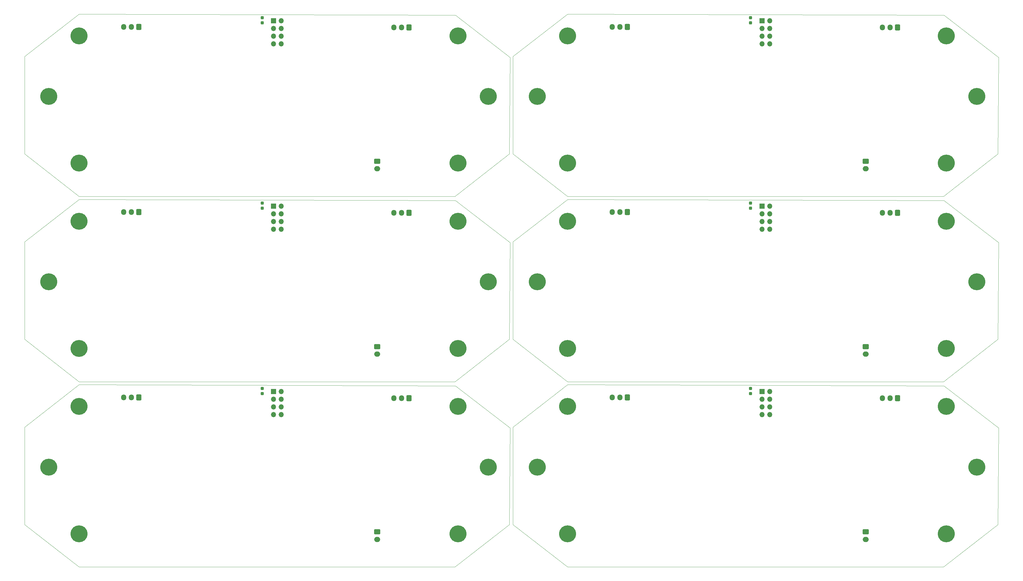
<source format=gbr>
%TF.GenerationSoftware,KiCad,Pcbnew,7.0.6-7.0.6~ubuntu20.04.1*%
%TF.CreationDate,2023-07-11T09:09:46+02:00*%
%TF.ProjectId,output_panel2023-07-11_070926.4017960000,6f757470-7574-45f7-9061-6e656c323032,rev?*%
%TF.SameCoordinates,Original*%
%TF.FileFunction,Soldermask,Bot*%
%TF.FilePolarity,Negative*%
%FSLAX45Y45*%
G04 Gerber Fmt 4.5, Leading zero omitted, Abs format (unit mm)*
G04 Created by KiCad (PCBNEW 7.0.6-7.0.6~ubuntu20.04.1) date 2023-07-11 09:09:46*
%MOMM*%
%LPD*%
G01*
G04 APERTURE LIST*
G04 Aperture macros list*
%AMRoundRect*
0 Rectangle with rounded corners*
0 $1 Rounding radius*
0 $2 $3 $4 $5 $6 $7 $8 $9 X,Y pos of 4 corners*
0 Add a 4 corners polygon primitive as box body*
4,1,4,$2,$3,$4,$5,$6,$7,$8,$9,$2,$3,0*
0 Add four circle primitives for the rounded corners*
1,1,$1+$1,$2,$3*
1,1,$1+$1,$4,$5*
1,1,$1+$1,$6,$7*
1,1,$1+$1,$8,$9*
0 Add four rect primitives between the rounded corners*
20,1,$1+$1,$2,$3,$4,$5,0*
20,1,$1+$1,$4,$5,$6,$7,0*
20,1,$1+$1,$6,$7,$8,$9,0*
20,1,$1+$1,$8,$9,$2,$3,0*%
G04 Aperture macros list end*
%TA.AperFunction,Profile*%
%ADD10C,0.100000*%
%TD*%
%ADD11C,5.600000*%
%ADD12RoundRect,0.250000X0.600000X0.725000X-0.600000X0.725000X-0.600000X-0.725000X0.600000X-0.725000X0*%
%ADD13O,1.700000X1.950000*%
%ADD14R,1.700000X1.700000*%
%ADD15O,1.700000X1.700000*%
%ADD16RoundRect,0.250000X-0.750000X0.600000X-0.750000X-0.600000X0.750000X-0.600000X0.750000X0.600000X0*%
%ADD17O,2.000000X1.700000*%
%ADD18RoundRect,0.237500X-0.237500X0.300000X-0.237500X-0.300000X0.237500X-0.300000X0.237500X0.300000X0*%
G04 APERTURE END LIST*
D10*
X30389999Y-6209999D02*
X32189999Y-7599999D01*
X1850000Y-12289999D02*
X14270000Y-12329999D01*
X16050000Y-4670000D02*
X14250000Y-6070000D01*
X14250000Y-12189999D02*
X1850000Y-12189999D01*
X17969999Y-6169999D02*
X30389999Y-6209999D01*
X32189999Y-7599999D02*
X32169999Y-10789999D01*
X16169999Y-1450000D02*
X17969999Y-50000D01*
X17969999Y-18309999D02*
X16169999Y-16909999D01*
X1850000Y-12189999D02*
X50000Y-10789999D01*
X50000Y-16909999D02*
X50000Y-13689999D01*
X14270000Y-6209999D02*
X16070000Y-7599999D01*
X1850000Y-50000D02*
X14270000Y-90000D01*
X32189999Y-13719999D02*
X32169999Y-16909999D01*
X32169999Y-10789999D02*
X30369999Y-12189999D01*
X50000Y-1450000D02*
X1850000Y-50000D01*
X32169999Y-16909999D02*
X30369999Y-18309999D01*
X16169999Y-10789999D02*
X16169999Y-7569999D01*
X16070000Y-7599999D02*
X16050000Y-10789999D01*
X32169999Y-4670000D02*
X30369999Y-6070000D01*
X17969999Y-12289999D02*
X30389999Y-12329999D01*
X50000Y-7569999D02*
X1850000Y-6169999D01*
X16070000Y-13719999D02*
X16050000Y-16909999D01*
X30369999Y-18309999D02*
X17969999Y-18309999D01*
X14270000Y-90000D02*
X16070000Y-1480000D01*
X50000Y-10789999D02*
X50000Y-7569999D01*
X30369999Y-12189999D02*
X17969999Y-12189999D01*
X17969999Y-6070000D02*
X16169999Y-4670000D01*
X16050000Y-16909999D02*
X14250000Y-18309999D01*
X50000Y-4670000D02*
X50000Y-1450000D01*
X30389999Y-12329999D02*
X32189999Y-13719999D01*
X1850000Y-6169999D02*
X14270000Y-6209999D01*
X16050000Y-10789999D02*
X14250000Y-12189999D01*
X50000Y-13689999D02*
X1850000Y-12289999D01*
X14270000Y-12329999D02*
X16070000Y-13719999D01*
X30369999Y-6070000D02*
X17969999Y-6070000D01*
X1850000Y-6070000D02*
X50000Y-4670000D01*
X30389999Y-90000D02*
X32189999Y-1480000D01*
X32189999Y-1480000D02*
X32169999Y-4670000D01*
X1850000Y-18309999D02*
X50000Y-16909999D01*
X16169999Y-16909999D02*
X16169999Y-13689999D01*
X14250000Y-18309999D02*
X1850000Y-18309999D01*
X16169999Y-7569999D02*
X17969999Y-6169999D01*
X17969999Y-12189999D02*
X16169999Y-10789999D01*
X17969999Y-50000D02*
X30389999Y-90000D01*
X16169999Y-13689999D02*
X17969999Y-12289999D01*
X16070000Y-1480000D02*
X16050000Y-4670000D01*
X16169999Y-4670000D02*
X16169999Y-1450000D01*
X14250000Y-6070000D02*
X1850000Y-6070000D01*
D11*
X1850000Y-4970000D03*
D12*
X28860399Y-12736199D03*
D13*
X28610399Y-12736199D03*
X28360399Y-12736199D03*
D11*
X17969999Y-17209999D03*
X14350000Y-17209999D03*
X15350000Y-15009999D03*
X14350000Y-4970000D03*
D12*
X28860399Y-6616199D03*
D13*
X28610399Y-6616199D03*
X28360399Y-6616199D03*
D11*
X1850000Y-17209999D03*
X30469999Y-6889999D03*
X30469999Y-17209999D03*
X17969999Y-11089999D03*
X14350000Y-11089999D03*
D14*
X8270000Y-6395999D03*
D15*
X8524000Y-6395999D03*
X8270000Y-6649999D03*
X8524000Y-6649999D03*
X8270000Y-6903999D03*
X8524000Y-6903999D03*
X8270000Y-7157999D03*
X8524000Y-7157999D03*
D11*
X15350000Y-8889999D03*
X16969999Y-8889999D03*
D14*
X24389999Y-12515999D03*
D15*
X24643999Y-12515999D03*
X24389999Y-12769999D03*
X24643999Y-12769999D03*
X24389999Y-13023999D03*
X24643999Y-13023999D03*
X24389999Y-13277999D03*
X24643999Y-13277999D03*
D11*
X14350000Y-13009999D03*
D12*
X19944999Y-12712499D03*
D13*
X19694999Y-12712499D03*
X19444999Y-12712499D03*
D11*
X14350000Y-770000D03*
D14*
X24389999Y-6395999D03*
D15*
X24643999Y-6395999D03*
X24389999Y-6649999D03*
X24643999Y-6649999D03*
X24389999Y-6903999D03*
X24643999Y-6903999D03*
X24389999Y-7157999D03*
X24643999Y-7157999D03*
D11*
X850000Y-2770000D03*
X30469999Y-770000D03*
X31469999Y-8889999D03*
X31469999Y-15009999D03*
X30469999Y-4970000D03*
X14350000Y-6889999D03*
X850000Y-8889999D03*
X1850000Y-6889999D03*
D12*
X3825000Y-472500D03*
D13*
X3575000Y-472500D03*
X3325000Y-472500D03*
D12*
X19944999Y-472500D03*
D13*
X19694999Y-472500D03*
X19444999Y-472500D03*
D11*
X17969999Y-6889999D03*
X16969999Y-15009999D03*
X30469999Y-13009999D03*
D14*
X8270000Y-12515999D03*
D15*
X8524000Y-12515999D03*
X8270000Y-12769999D03*
X8524000Y-12769999D03*
X8270000Y-13023999D03*
X8524000Y-13023999D03*
X8270000Y-13277999D03*
X8524000Y-13277999D03*
D14*
X24389999Y-276000D03*
D15*
X24643999Y-276000D03*
X24389999Y-530000D03*
X24643999Y-530000D03*
X24389999Y-784000D03*
X24643999Y-784000D03*
X24389999Y-1038000D03*
X24643999Y-1038000D03*
D12*
X3825000Y-12712499D03*
D13*
X3575000Y-12712499D03*
X3325000Y-12712499D03*
D12*
X19944999Y-6592499D03*
D13*
X19694999Y-6592499D03*
X19444999Y-6592499D03*
D12*
X12740400Y-496200D03*
D13*
X12490400Y-496200D03*
X12240400Y-496200D03*
D11*
X31469999Y-2770000D03*
X17969999Y-13009999D03*
D12*
X12740400Y-6616199D03*
D13*
X12490400Y-6616199D03*
X12240400Y-6616199D03*
D11*
X17969999Y-770000D03*
D12*
X28860399Y-496200D03*
D13*
X28610399Y-496200D03*
X28360399Y-496200D03*
D11*
X16969999Y-2770000D03*
X1850000Y-11089999D03*
X15350000Y-2770000D03*
X1850000Y-13009999D03*
D12*
X12740400Y-12736199D03*
D13*
X12490400Y-12736199D03*
X12240400Y-12736199D03*
D14*
X8270000Y-276000D03*
D15*
X8524000Y-276000D03*
X8270000Y-530000D03*
X8524000Y-530000D03*
X8270000Y-784000D03*
X8524000Y-784000D03*
X8270000Y-1038000D03*
X8524000Y-1038000D03*
D11*
X30469999Y-11089999D03*
X17969999Y-4970000D03*
X850000Y-15009999D03*
D12*
X3825000Y-6592499D03*
D13*
X3575000Y-6592499D03*
X3325000Y-6592499D03*
D11*
X1850000Y-770000D03*
D16*
X11690000Y-4910000D03*
D17*
X11690000Y-5160000D03*
D16*
X27809999Y-17149999D03*
D17*
X27809999Y-17399999D03*
D18*
X7890000Y-12409999D03*
X7890000Y-12582499D03*
D16*
X27809999Y-4910000D03*
D17*
X27809999Y-5160000D03*
D18*
X7890000Y-170000D03*
X7890000Y-342500D03*
D16*
X11690000Y-11029999D03*
D17*
X11690000Y-11279999D03*
D18*
X24009999Y-170000D03*
X24009999Y-342500D03*
X7890000Y-6289999D03*
X7890000Y-6462499D03*
X24009999Y-6289999D03*
X24009999Y-6462499D03*
X24009999Y-12409999D03*
X24009999Y-12582499D03*
D16*
X27809999Y-11029999D03*
D17*
X27809999Y-11279999D03*
D16*
X11690000Y-17149999D03*
D17*
X11690000Y-17399999D03*
M02*

</source>
